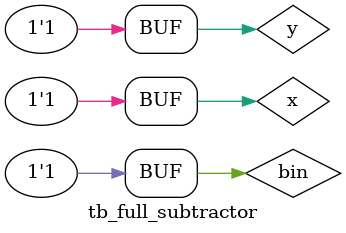
<source format=v>
module tb_full_subtractor;
reg x,y,bin;
wire difference,bout;
full_subtractor a(x,y,bin,difference,bout);
initial
begin
x=0; y=0; bin=0;
#5
x=0; y=0; bin=1;
#5
x=0; y=1; bin=0;
#5
x=0; y=1; bin=1;
#5
x=1; y=0; bin=0;
#5
x=1; y=0; bin=1;
#5
x=1; y=1; bin=0;
#5
x=1; y=1; bin=1;
end
endmodule
</source>
